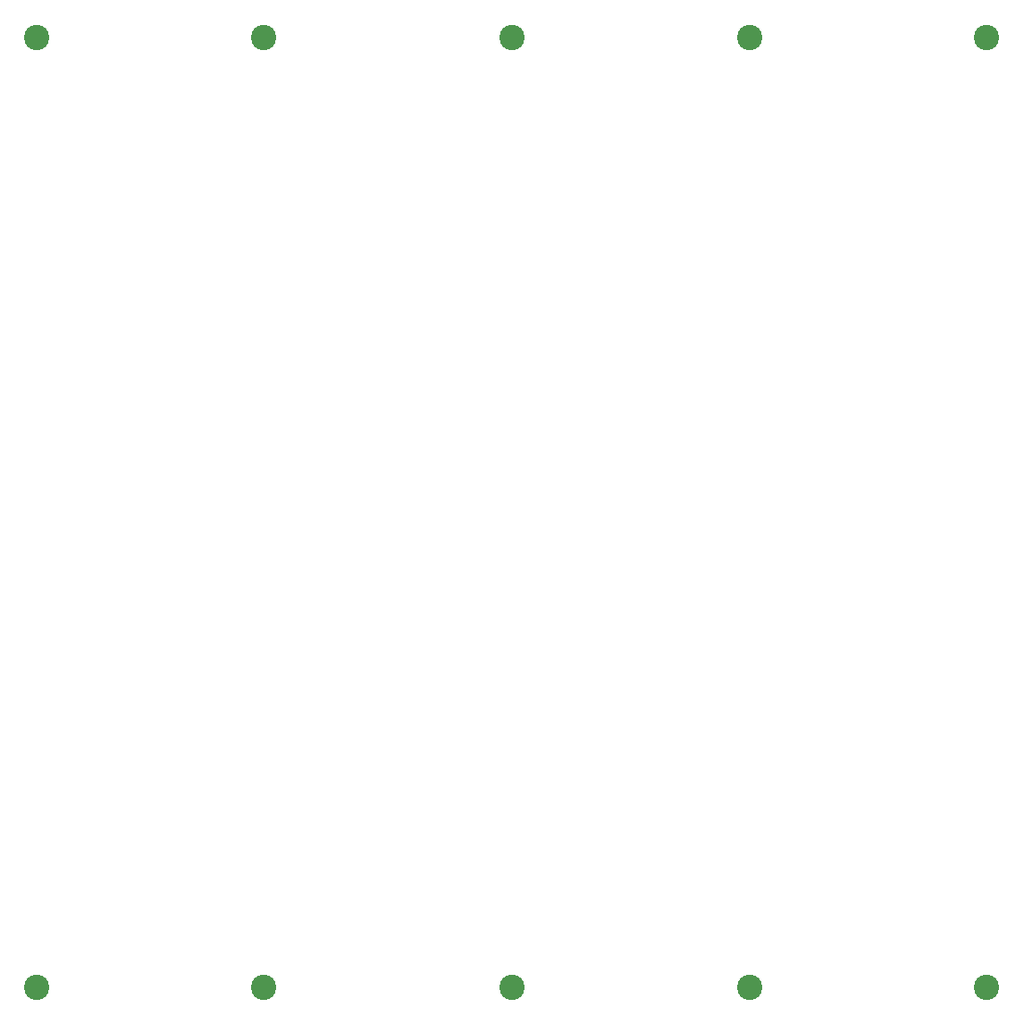
<source format=gbr>
G04 #@! TF.GenerationSoftware,KiCad,Pcbnew,5.1.5-1.fc30*
G04 #@! TF.CreationDate,2021-07-11T13:39:18+02:00*
G04 #@! TF.ProjectId,pcb-haloscope,7063622d-6861-46c6-9f73-636f70652e6b,rev?*
G04 #@! TF.SameCoordinates,Original*
G04 #@! TF.FileFunction,Paste,Top*
G04 #@! TF.FilePolarity,Positive*
%FSLAX46Y46*%
G04 Gerber Fmt 4.6, Leading zero omitted, Abs format (unit mm)*
G04 Created by KiCad (PCBNEW 5.1.5-1.fc30) date 2021-07-11 13:39:18*
%MOMM*%
%LPD*%
G04 APERTURE LIST*
%ADD10C,2.400000*%
G04 APERTURE END LIST*
D10*
X55000000Y-50000000D03*
X76500000Y-50000000D03*
X100000000Y-50000000D03*
X122500000Y-50000000D03*
X145000000Y-50000000D03*
X55000000Y-140000000D03*
X76500000Y-140000000D03*
X100000000Y-140000000D03*
X122500000Y-140000000D03*
X145000000Y-140000000D03*
M02*

</source>
